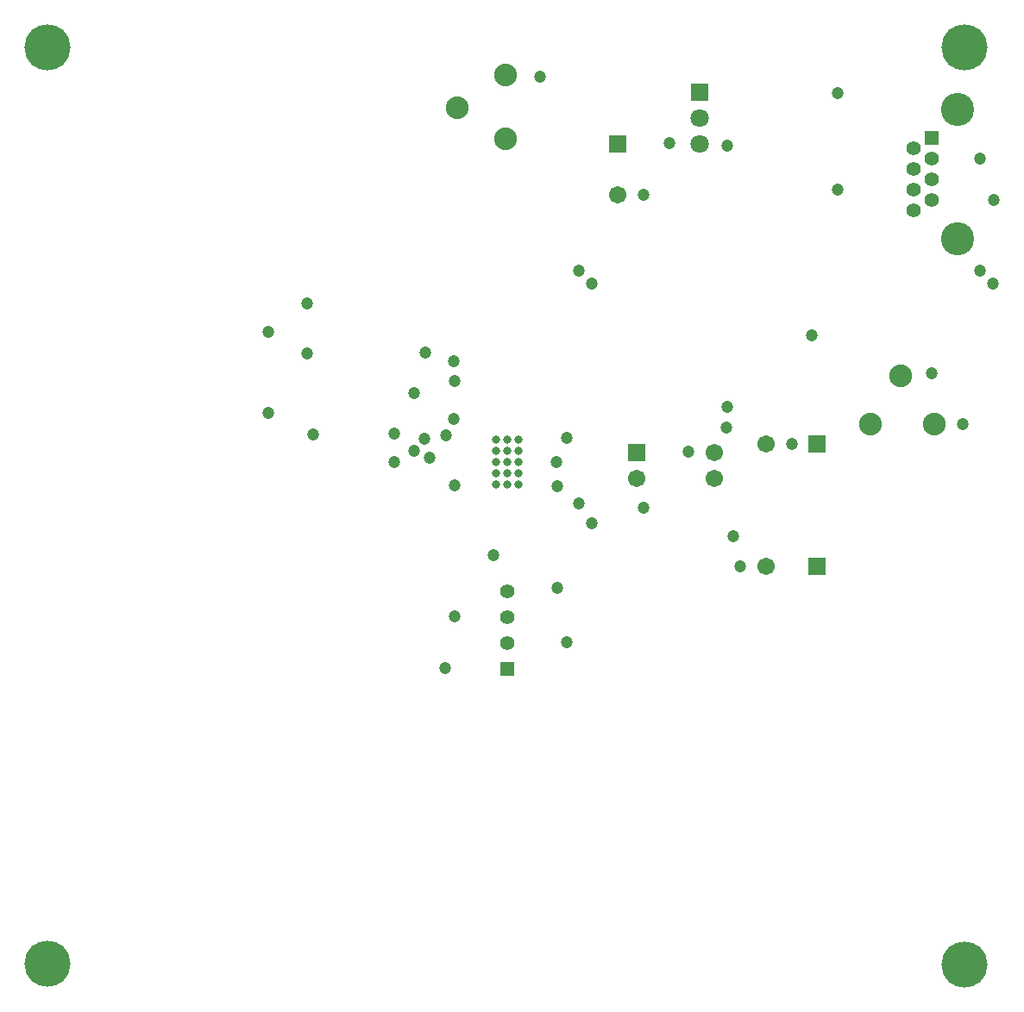
<source format=gbs>
G04*
G04 #@! TF.GenerationSoftware,Altium Limited,Altium Designer,23.7.1 (13)*
G04*
G04 Layer_Color=16711935*
%FSLAX44Y44*%
%MOMM*%
G71*
G04*
G04 #@! TF.SameCoordinates,9BDE129D-A6D9-4E47-A380-7317F5008C5C*
G04*
G04*
G04 #@! TF.FilePolarity,Negative*
G04*
G01*
G75*
%ADD33C,3.2500*%
%ADD34R,1.3900X1.3900*%
%ADD35C,1.3900*%
%ADD36C,1.7032*%
%ADD37R,1.7032X1.7032*%
%ADD38R,1.7032X1.7032*%
%ADD40C,1.8032*%
%ADD41R,1.8032X1.8032*%
%ADD42C,2.2352*%
%ADD43C,1.3970*%
%ADD44R,1.3970X1.3970*%
%ADD45C,1.2032*%
%ADD46C,0.8032*%
%ADD59C,4.5212*%
D33*
X943180Y762060D02*
D03*
Y889060D02*
D03*
D34*
X917780Y861120D02*
D03*
D35*
X900000Y850960D02*
D03*
X917780Y840800D02*
D03*
X900000Y830640D02*
D03*
X917780Y820480D02*
D03*
X900000Y810320D02*
D03*
X917780Y800160D02*
D03*
X900000Y790000D02*
D03*
D36*
X755000Y440000D02*
D03*
Y560000D02*
D03*
X610000Y805000D02*
D03*
X628650Y526800D02*
D03*
X704850Y552200D02*
D03*
Y526800D02*
D03*
D37*
X805000Y440000D02*
D03*
Y560000D02*
D03*
X628650Y552200D02*
D03*
D38*
X610000Y855000D02*
D03*
D40*
X690000D02*
D03*
Y880400D02*
D03*
D41*
Y905800D02*
D03*
D42*
X857503Y580000D02*
D03*
X920000Y580000D02*
D03*
X887501Y627498D02*
D03*
X500000Y860197D02*
D03*
X500000Y922694D02*
D03*
X452502Y890194D02*
D03*
D43*
X501250Y415400D02*
D03*
Y390000D02*
D03*
Y364600D02*
D03*
D44*
Y339200D02*
D03*
D45*
X311150Y569457D02*
D03*
X266700Y670000D02*
D03*
Y590601D02*
D03*
X449078Y641350D02*
D03*
X304800Y698500D02*
D03*
Y649078D02*
D03*
X549748Y542750D02*
D03*
X560000Y565833D02*
D03*
X550000Y518750D02*
D03*
X425450Y547048D02*
D03*
X420000Y565645D02*
D03*
X440922Y568535D02*
D03*
X410000Y553750D02*
D03*
X660400Y856106D02*
D03*
X635000Y804719D02*
D03*
X533400Y920750D02*
D03*
X800100Y666750D02*
D03*
X917780Y629498D02*
D03*
X948503Y579590D02*
D03*
X781050Y560105D02*
D03*
X679450Y552755D02*
D03*
X729674Y440000D02*
D03*
X635000Y497965D02*
D03*
X487418Y450850D02*
D03*
X716628Y576544D02*
D03*
X723151Y469900D02*
D03*
X825500Y905233D02*
D03*
Y810320D02*
D03*
X978431Y800160D02*
D03*
X977900Y717550D02*
D03*
X584200D02*
D03*
Y482600D02*
D03*
X571500Y501650D02*
D03*
X965038Y840800D02*
D03*
Y730250D02*
D03*
X571500D02*
D03*
X717550Y853000D02*
D03*
Y596900D02*
D03*
X449078Y585000D02*
D03*
X450000Y622300D02*
D03*
X421064Y650000D02*
D03*
X450000Y391183D02*
D03*
Y519500D02*
D03*
X410000Y610000D02*
D03*
X390000Y570000D02*
D03*
Y542750D02*
D03*
X440000Y340000D02*
D03*
X560000Y365783D02*
D03*
X550000Y418868D02*
D03*
D46*
X490250Y564750D02*
D03*
X501250D02*
D03*
X512250D02*
D03*
X490250Y553750D02*
D03*
X501250D02*
D03*
X512250D02*
D03*
X490250Y542750D02*
D03*
X501250D02*
D03*
X512250D02*
D03*
X490250Y531750D02*
D03*
X501250D02*
D03*
X512250D02*
D03*
X490250Y520750D02*
D03*
X501250D02*
D03*
X512250D02*
D03*
D59*
X50000Y950000D02*
D03*
X950000D02*
D03*
X50000Y50000D02*
D03*
X950000Y48575D02*
D03*
M02*

</source>
